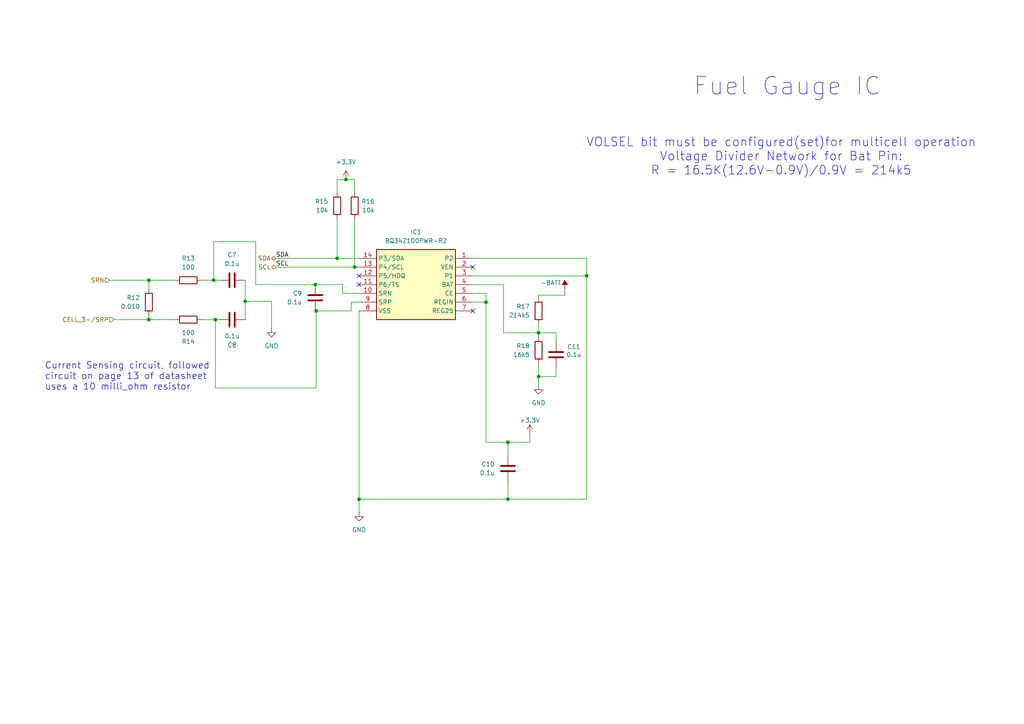
<source format=kicad_sch>
(kicad_sch (version 20231120) (generator "eeschema") (generator_version "8.0")
  (paper "A4")
  (lib_symbols
    (symbol "BQ34Z100PWR-R2:BQ34Z100PWR-R2"
      (property "Reference" "IC" (at 29.21 7.62 0))
      (property "Value" "BQ34Z100PWR-R2" (at 29.21 5.08 0))
      (symbol "BQ34Z100PWR-R2_1_1"
        (rectangle (start 5.08 2.54) (end 27.94 -17.78) (stroke (width 0.254)) (fill (type background)))
        (pin passive line (at 0 0 0) (length 5.08) (name "P2") (number "1"))
        (pin passive line (at 33.02 -10.16 180) (length 5.08) (name "SRN") (number "10"))
        (pin passive line (at 33.02 -7.62 180) (length 5.08) (name "P6/TS") (number "11"))
        (pin passive line (at 33.02 -5.08 180) (length 5.08) (name "P5/HDQ") (number "12"))
        (pin passive line (at 33.02 -2.54 180) (length 5.08) (name "P4/SCL") (number "13"))
        (pin passive line (at 33.02 0 180) (length 5.08) (name "P3/SDA") (number "14"))
        (pin passive line (at 0 -2.54 0) (length 5.08) (name "VEN") (number "2"))
        (pin passive line (at 0 -5.08 0) (length 5.08) (name "P1") (number "3"))
        (pin passive line (at 0 -7.62 0) (length 5.08) (name "BAT") (number "4"))
        (pin passive line (at 0 -10.16 0) (length 5.08) (name "CE") (number "5"))
        (pin passive line (at 0 -12.7 0) (length 5.08) (name "REGIN") (number "6"))
        (pin passive line (at 0 -15.24 0) (length 5.08) (name "REG25") (number "7"))
        (pin passive line (at 33.02 -15.24 180) (length 5.08) (name "VSS") (number "8"))
        (pin passive line (at 33.02 -12.7 180) (length 5.08) (name "SRP") (number "9"))
      )
    )
    (symbol "Device:C" (pin_numbers hide) (pin_names (offset 0.254))
      (property "Reference" "C" (at 0.635 2.54 0))
      (property "Value" "C" (at 0.635 -2.54 0))
      (symbol "C_0_1"
        (polyline (pts (xy -2.032 -0.762) (xy 2.032 -0.762)) (stroke (width 0.508)))
        (polyline (pts (xy -2.032 0.762) (xy 2.032 0.762)) (stroke (width 0.508)))
      )
      (symbol "C_1_1"
        (pin passive line (at 0 3.81 270) (length 2.794) (name "~") (number "1"))
        (pin passive line (at 0 -3.81 90) (length 2.794) (name "~") (number "2"))
      )
    )
    (symbol "Device:R" (pin_numbers hide) (pin_names (offset 0))
      (property "Reference" "R" (at 2.032 0 90))
      (property "Value" "R" (at 0 0 90))
      (symbol "R_0_1"
        (rectangle (start -1.016 -2.54) (end 1.016 2.54) (stroke (width 0.254)))
      )
      (symbol "R_1_1"
        (pin passive line (at 0 3.81 270) (length 1.27) (name "~") (number "1"))
        (pin passive line (at 0 -3.81 90) (length 1.27) (name "~") (number "2"))
      )
    )
    (symbol "power:+3.3V" (power) (pin_numbers hide) (pin_names (offset 0) hide)
      (property "Value" "+3.3V" (at 0 3.556 0))
      (symbol "+3.3V_0_1"
        (polyline (pts (xy -0.762 1.27) (xy 0 2.54)))
        (polyline (pts (xy 0 0) (xy 0 2.54)))
        (polyline (pts (xy 0 2.54) (xy 0.762 1.27)))
      )
      (symbol "+3.3V_1_1"
        (pin power_in line (at 0 0 90) (length 0) (name "~") (number "1"))
      )
    )
    (symbol "power:-BATT" (power) (pin_numbers hide) (pin_names (offset 0) hide)
      (property "Value" "-BATT" (at 0 3.556 0))
      (symbol "-BATT_0_1"
        (polyline (pts (xy 0 0) (xy 0 2.54)))
        (polyline (pts (xy 0.762 1.27) (xy -0.762 1.27) (xy 0 2.54) (xy 0.762 1.27)) (fill (type outline)))
      )
      (symbol "-BATT_1_1"
        (pin power_in line (at 0 0 90) (length 0) (name "~") (number "1"))
      )
    )
    (symbol "power:GND" (power) (pin_numbers hide) (pin_names (offset 0) hide)
      (property "Value" "GND" (at 0 -3.81 0))
      (symbol "GND_0_1"
        (polyline (pts (xy 0 0) (xy 0 -1.27) (xy 1.27 -1.27) (xy 0 -2.54) (xy -1.27 -1.27) (xy 0 -1.27)))
      )
      (symbol "GND_1_1"
        (pin power_in line (at 0 0 270) (length 0) (name "~") (number "1"))
      )
    )
  )
  (junction (at 140.97 87.63))
  (junction (at 61.976 81.28))
  (junction (at 100.33 52.07))
  (junction (at 43.18 92.71))
  (junction (at 147.32 128.27))
  (junction (at 43.18 81.28))
  (junction (at 102.87 77.47))
  (junction (at 156.21 109.22))
  (junction (at 104.14 144.78))
  (junction (at 62.484 92.71))
  (junction (at 170.18 80.01))
  (junction (at 147.32 144.78))
  (junction (at 91.44 82.55))
  (junction (at 97.79 74.93))
  (junction (at 91.694 90.17))
  (junction (at 156.21 96.52))
  (junction (at 71.12 87.376))
  (no_connect (at 137.16 90.17))
  (no_connect (at 104.14 80.01))
  (no_connect (at 104.14 82.55))
  (no_connect (at 137.16 77.47))
  (wire (pts (xy 170.18 144.78) (xy 170.18 80.01)))
  (wire (pts (xy 74.168 82.55) (xy 91.44 82.55)))
  (wire (pts (xy 104.14 87.63) (xy 101.854 87.63)))
  (wire (pts (xy 78.74 87.376) (xy 78.74 95.25)))
  (wire (pts (xy 43.18 81.28) (xy 50.8 81.28)))
  (wire (pts (xy 156.21 93.98) (xy 156.21 96.52)))
  (wire (pts (xy 80.01 74.93) (xy 97.79 74.93)))
  (wire (pts (xy 43.18 83.82) (xy 43.18 81.28)))
  (wire (pts (xy 156.21 86.36) (xy 156.21 85.598)))
  (wire (pts (xy 170.18 74.93) (xy 170.18 80.01)))
  (wire (pts (xy 137.16 74.93) (xy 170.18 74.93)))
  (wire (pts (xy 74.168 70.104) (xy 74.168 82.55)))
  (wire (pts (xy 61.976 70.104) (xy 74.168 70.104)))
  (wire (pts (xy 101.854 87.63) (xy 101.854 90.17)))
  (wire (pts (xy 101.854 90.17) (xy 91.694 90.17)))
  (wire (pts (xy 147.32 128.27) (xy 153.67 128.27)))
  (wire (pts (xy 71.12 81.28) (xy 71.12 87.376)))
  (wire (pts (xy 61.976 81.28) (xy 63.5 81.28)))
  (wire (pts (xy 91.694 112.522) (xy 62.484 112.522)))
  (wire (pts (xy 99.314 85.09) (xy 104.14 85.09)))
  (wire (pts (xy 140.97 128.27) (xy 140.97 87.63)))
  (wire (pts (xy 104.14 144.78) (xy 147.32 144.78)))
  (wire (pts (xy 146.05 82.55) (xy 146.05 96.52)))
  (wire (pts (xy 147.32 144.78) (xy 170.18 144.78)))
  (wire (pts (xy 161.29 106.68) (xy 161.29 109.22)))
  (wire (pts (xy 33.02 92.71) (xy 43.18 92.71)))
  (wire (pts (xy 91.694 90.17) (xy 91.694 112.522)))
  (wire (pts (xy 156.21 85.598) (xy 163.83 85.598)))
  (wire (pts (xy 61.976 81.28) (xy 61.976 70.104)))
  (wire (pts (xy 137.16 80.01) (xy 170.18 80.01)))
  (wire (pts (xy 97.79 63.5) (xy 97.79 74.93)))
  (wire (pts (xy 147.32 128.27) (xy 147.32 132.08)))
  (wire (pts (xy 161.29 109.22) (xy 156.21 109.22)))
  (wire (pts (xy 62.484 112.522) (xy 62.484 92.71)))
  (wire (pts (xy 43.18 91.44) (xy 43.18 92.71)))
  (wire (pts (xy 71.12 87.376) (xy 78.74 87.376)))
  (wire (pts (xy 156.21 96.52) (xy 161.29 96.52)))
  (wire (pts (xy 97.79 52.07) (xy 100.33 52.07)))
  (wire (pts (xy 156.21 111.76) (xy 156.21 109.22)))
  (wire (pts (xy 140.97 128.27) (xy 147.32 128.27)))
  (wire (pts (xy 104.14 90.17) (xy 104.14 144.78)))
  (wire (pts (xy 102.87 52.07) (xy 100.33 52.07)))
  (wire (pts (xy 137.16 87.63) (xy 140.97 87.63)))
  (wire (pts (xy 58.42 81.28) (xy 61.976 81.28)))
  (wire (pts (xy 99.314 82.55) (xy 99.314 85.09)))
  (wire (pts (xy 137.16 85.09) (xy 140.97 85.09)))
  (wire (pts (xy 91.44 82.55) (xy 99.314 82.55)))
  (wire (pts (xy 91.694 90.17) (xy 91.44 90.17)))
  (wire (pts (xy 58.42 92.71) (xy 62.484 92.71)))
  (wire (pts (xy 80.01 77.47) (xy 102.87 77.47)))
  (wire (pts (xy 43.18 92.71) (xy 50.8 92.71)))
  (wire (pts (xy 140.97 85.09) (xy 140.97 87.63)))
  (wire (pts (xy 163.83 85.598) (xy 163.83 83.82)))
  (wire (pts (xy 31.75 81.28) (xy 43.18 81.28)))
  (wire (pts (xy 156.21 96.52) (xy 156.21 97.79)))
  (wire (pts (xy 62.484 92.71) (xy 63.5 92.71)))
  (wire (pts (xy 137.16 82.55) (xy 146.05 82.55)))
  (wire (pts (xy 97.79 55.88) (xy 97.79 52.07)))
  (wire (pts (xy 102.87 63.5) (xy 102.87 77.47)))
  (wire (pts (xy 71.12 87.376) (xy 71.12 92.71)))
  (wire (pts (xy 102.87 55.88) (xy 102.87 52.07)))
  (wire (pts (xy 161.29 96.52) (xy 161.29 99.06)))
  (wire (pts (xy 147.32 139.7) (xy 147.32 144.78)))
  (wire (pts (xy 102.87 77.47) (xy 104.14 77.47)))
  (wire (pts (xy 104.14 144.78) (xy 104.14 148.59)))
  (wire (pts (xy 153.67 128.27) (xy 153.67 125.73)))
  (wire (pts (xy 156.21 105.41) (xy 156.21 109.22)))
  (wire (pts (xy 146.05 96.52) (xy 156.21 96.52)))
  (wire (pts (xy 97.79 74.93) (xy 104.14 74.93)))
  (text "VOLSEL bit must be configured(set)for multicell operation\nVoltage Divider Network for Bat Pin:\nR = 16.5K(12.6V-0.9V)/0.9V = 214k5" (at 226.568 45.466 0) (effects (font (size 2.54 2.54))))
  (text "Current Sensing circuit, followed \ncircuit on page 13 of datasheet\nuses a 10 milli_ohm resistor" (at 12.954 109.22 0) (effects (font (size 1.905 1.905)) (justify left)))
  (text "Fuel Gauge IC" (at 228.346 25.146 0) (effects (font (size 5.08 5.08))))
  (label "SCL" (at 80.01 77.47 0))
  (label "SDA" (at 80.01 74.93 0))
  (hierarchical_label "SRN" (shape input) (at 31.75 81.28 180))
  (hierarchical_label "CELL_3-{slash}SRP" (shape input) (at 33.02 92.71 180))
  (hierarchical_label "SDA" (shape bidirectional) (at 80.01 74.93 180))
  (hierarchical_label "SCL" (shape bidirectional) (at 80.01 77.47 180))
  (symbol (lib_id "power:+3.3V") (at 153.67 125.73 0) (unit 1)
    (property "Reference" "#PWR010" (effects (hide yes)))
    (property "Value" "+3.3V" (at 153.67 121.92 0))
    (property "Description" "Power symbol creates a global label with name \"+3.3V\"" (effects (hide yes)))
  )
  (symbol (lib_id "power:-BATT") (at 163.83 83.82 0) (unit 1)
    (property "Reference" "#PWR012" (effects (hide yes)))
    (property "Value" "-BATT" (at 159.766 82.042 0))
    (property "Description" "Power symbol creates a global label with name \"-BATT\"" (effects (hide yes)))
  )
  (symbol (lib_id "BQ34Z100PWR-R2:BQ34Z100PWR-R2") (at 137.16 74.93 0) (mirror y) (unit 1)
    (property "Reference" "IC1" (at 120.65 67.31 0))
    (property "Value" "BQ34Z100PWR-R2" (at 120.65 69.85 0))
    (property "Footprint" "SOP65P640X120-14N" (effects (hide yes)))
    (property "Datasheet" "https://www.arrow.com/en/products/bq34z100pwr-r2/texas-instruments?region=nac" (effects (hide yes)))
    (property "Description" "Battery Management Multi-chemistry Impedance Track stand-alone fuel gauge" (effects (hide yes)))
    (property "Height" "1.2" (effects (hide yes)))
    (property "Mouser Part Number" "595-BQ34Z100PWR-R2" (effects (hide yes)))
    (property "Mouser Price/Stock" "https://www.mouser.co.uk/ProductDetail/Texas-Instruments/BQ34Z100PWR-R2?qs=rQFj71Wb1eWspkgmxcmVcA%3D%3D" (effects (hide yes)))
    (property "Manufacturer_Name" "Texas Instruments" (effects (hide yes)))
    (property "Manufacturer_Part_Number" "BQ34Z100PWR-R2" (effects (hide yes)))
  )
  (symbol (lib_id "power:GND") (at 156.21 111.76 0) (unit 1)
    (property "Reference" "#PWR011" (effects (hide yes)))
    (property "Value" "GND" (at 156.21 116.84 0))
    (property "Description" "Power symbol creates a global label with name \"GND\" , ground" (effects (hide yes)))
  )
  (symbol (lib_id "Device:R") (at 43.18 87.63 0) (mirror x) (unit 1)
    (property "Reference" "R12" (at 40.64 86.3599 0) (effects (justify right)))
    (property "Value" "0.010" (at 40.64 88.8999 0) (effects (justify right)))
    (property "Description" "Resistor" (effects (hide yes)))
  )
  (symbol (lib_id "Device:R") (at 102.87 59.69 0) (mirror x) (unit 1)
    (property "Reference" "R16" (at 108.712 58.42 0) (effects (justify right)))
    (property "Value" "10k" (at 108.712 60.96 0) (effects (justify right)))
    (property "Description" "Resistor" (effects (hide yes)))
  )
  (symbol (lib_id "power:GND") (at 104.14 148.59 0) (unit 1)
    (property "Reference" "#PWR09" (effects (hide yes)))
    (property "Value" "GND" (at 104.14 153.67 0))
    (property "Description" "Power symbol creates a global label with name \"GND\" , ground" (effects (hide yes)))
  )
  (symbol (lib_id "Device:C") (at 147.32 135.89 0) (mirror y) (unit 1)
    (property "Reference" "C10" (at 143.51 134.6199 0) (effects (justify left)))
    (property "Value" "0.1u" (at 143.51 137.1599 0) (effects (justify left)))
    (property "Description" "Unpolarized capacitor" (effects (hide yes)))
  )
  (symbol (lib_id "Device:C") (at 67.31 81.28 90) (mirror x) (unit 1)
    (property "Reference" "C7" (at 67.31 73.9319 90))
    (property "Value" "0.1u" (at 67.31 76.4719 90))
    (property "Description" "Unpolarized capacitor" (effects (hide yes)))
  )
  (symbol (lib_id "power:+3.3V") (at 100.33 52.07 0) (unit 1)
    (property "Reference" "#PWR08" (effects (hide yes)))
    (property "Value" "+3.3V" (at 100.33 46.99 0))
    (property "Description" "Power symbol creates a global label with name \"+3.3V\"" (effects (hide yes)))
  )
  (symbol (lib_id "Device:C") (at 161.29 102.87 0) (mirror y) (unit 1)
    (property "Reference" "C11" (at 168.402 100.584 0) (effects (justify left)))
    (property "Value" "0.1u" (at 168.656 102.87 0) (effects (justify left)))
    (property "Description" "Unpolarized capacitor" (effects (hide yes)))
  )
  (symbol (lib_id "power:GND") (at 78.74 95.25 0) (unit 1)
    (property "Reference" "#PWR07" (effects (hide yes)))
    (property "Value" "GND" (at 78.74 100.33 0))
    (property "Description" "Power symbol creates a global label with name \"GND\" , ground" (effects (hide yes)))
  )
  (symbol (lib_id "Device:R") (at 54.61 81.28 270) (mirror x) (unit 1)
    (property "Reference" "R13" (at 54.61 74.93 90))
    (property "Value" "100" (at 54.61 77.47 90))
    (property "Description" "Resistor" (effects (hide yes)))
  )
  (symbol (lib_id "Device:R") (at 156.21 90.17 0) (mirror x) (unit 1)
    (property "Reference" "R17" (at 153.67 88.8999 0) (effects (justify right)))
    (property "Value" "214k5" (at 153.67 91.4399 0) (effects (justify right)))
    (property "Description" "Resistor" (effects (hide yes)))
  )
  (symbol (lib_id "Device:R") (at 156.21 101.6 0) (mirror x) (unit 1)
    (property "Reference" "R18" (at 153.67 100.3299 0) (effects (justify right)))
    (property "Value" "16k5" (at 153.67 102.8699 0) (effects (justify right)))
    (property "Description" "Resistor" (effects (hide yes)))
  )
  (symbol (lib_id "Device:C") (at 91.44 86.36 0) (mirror y) (unit 1)
    (property "Reference" "C9" (at 87.63 85.0899 0) (effects (justify left)))
    (property "Value" "0.1u" (at 87.63 87.6299 0) (effects (justify left)))
    (property "Description" "Unpolarized capacitor" (effects (hide yes)))
  )
  (symbol (lib_id "Device:R") (at 54.61 92.71 270) (unit 1)
    (property "Reference" "R14" (at 54.61 99.06 90))
    (property "Value" "100" (at 54.61 96.52 90))
    (property "Description" "Resistor" (effects (hide yes)))
  )
  (symbol (lib_id "Device:R") (at 97.79 59.69 0) (mirror x) (unit 1)
    (property "Reference" "R15" (at 95.25 58.4199 0) (effects (justify right)))
    (property "Value" "10k" (at 95.25 60.9599 0) (effects (justify right)))
    (property "Description" "Resistor" (effects (hide yes)))
  )
  (symbol (lib_id "Device:C") (at 67.31 92.71 90) (unit 1)
    (property "Reference" "C8" (at 67.31 100.0581 90))
    (property "Value" "0.1u" (at 67.31 97.5181 90))
    (property "Description" "Unpolarized capacitor" (effects (hide yes)))
  )
)
</source>
